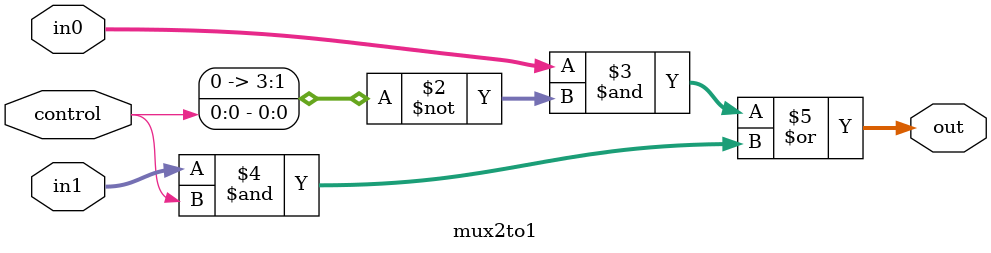
<source format=v>
`timescale 1ns / 1ps


module mux2to1(in0, in1, control, out);
input [3:0] in0, in1;
input control;
output [3:0] out;
wire [3:0] out;

assign out = (in0 & (~control)) | (in1 & control);  
endmodule

</source>
